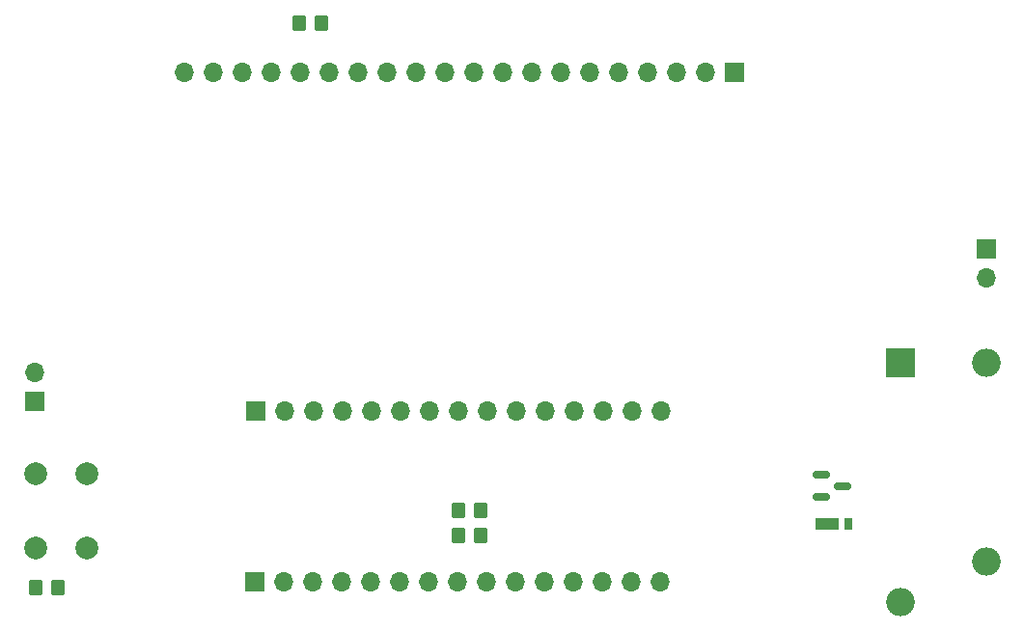
<source format=gbr>
%TF.GenerationSoftware,KiCad,Pcbnew,6.0.11+dfsg-1~bpo11+1*%
%TF.CreationDate,2023-11-07T00:47:46-03:00*%
%TF.ProjectId,controller,636f6e74-726f-46c6-9c65-722e6b696361,rev?*%
%TF.SameCoordinates,Original*%
%TF.FileFunction,Soldermask,Top*%
%TF.FilePolarity,Negative*%
%FSLAX46Y46*%
G04 Gerber Fmt 4.6, Leading zero omitted, Abs format (unit mm)*
G04 Created by KiCad (PCBNEW 6.0.11+dfsg-1~bpo11+1) date 2023-11-07 00:47:46*
%MOMM*%
%LPD*%
G01*
G04 APERTURE LIST*
G04 Aperture macros list*
%AMRoundRect*
0 Rectangle with rounded corners*
0 $1 Rounding radius*
0 $2 $3 $4 $5 $6 $7 $8 $9 X,Y pos of 4 corners*
0 Add a 4 corners polygon primitive as box body*
4,1,4,$2,$3,$4,$5,$6,$7,$8,$9,$2,$3,0*
0 Add four circle primitives for the rounded corners*
1,1,$1+$1,$2,$3*
1,1,$1+$1,$4,$5*
1,1,$1+$1,$6,$7*
1,1,$1+$1,$8,$9*
0 Add four rect primitives between the rounded corners*
20,1,$1+$1,$2,$3,$4,$5,0*
20,1,$1+$1,$4,$5,$6,$7,0*
20,1,$1+$1,$6,$7,$8,$9,0*
20,1,$1+$1,$8,$9,$2,$3,0*%
G04 Aperture macros list end*
%ADD10C,2.000000*%
%ADD11R,2.500000X2.500000*%
%ADD12O,2.500000X2.500000*%
%ADD13RoundRect,0.250000X-0.350000X-0.450000X0.350000X-0.450000X0.350000X0.450000X-0.350000X0.450000X0*%
%ADD14R,1.700000X1.700000*%
%ADD15O,1.700000X1.700000*%
%ADD16R,2.000000X1.100000*%
%ADD17R,0.800000X1.100000*%
%ADD18RoundRect,0.250000X0.350000X0.450000X-0.350000X0.450000X-0.350000X-0.450000X0.350000X-0.450000X0*%
%ADD19RoundRect,0.150000X-0.587500X-0.150000X0.587500X-0.150000X0.587500X0.150000X-0.587500X0.150000X0*%
G04 APERTURE END LIST*
D10*
%TO.C,SW1*%
X107652000Y-113753000D03*
X107652000Y-120253000D03*
X103152000Y-113753000D03*
X103152000Y-120253000D03*
%TD*%
D11*
%TO.C,K1*%
X179000000Y-104000000D03*
D12*
X179000000Y-125000000D03*
X186500000Y-121500000D03*
X186500000Y-104000000D03*
%TD*%
D13*
%TO.C,R2*%
X103132000Y-123734000D03*
X105132000Y-123734000D03*
%TD*%
D14*
%TO.C,J1*%
X164405000Y-78540000D03*
D15*
X161865000Y-78540000D03*
X159325000Y-78540000D03*
X156785000Y-78540000D03*
X154245000Y-78540000D03*
X151705000Y-78540000D03*
X149165000Y-78540000D03*
X146625000Y-78540000D03*
X144085000Y-78540000D03*
X141545000Y-78540000D03*
X139005000Y-78540000D03*
X136465000Y-78540000D03*
X133925000Y-78540000D03*
X131385000Y-78540000D03*
X128845000Y-78540000D03*
X126305000Y-78540000D03*
X123765000Y-78540000D03*
X121225000Y-78540000D03*
X118685000Y-78540000D03*
X116145000Y-78540000D03*
%TD*%
D16*
%TO.C,D2*%
X172570000Y-118146000D03*
D17*
X174470000Y-118146000D03*
%TD*%
D18*
%TO.C,R1*%
X128246000Y-74204000D03*
X126246000Y-74204000D03*
%TD*%
%TO.C,R4*%
X142216000Y-117003000D03*
X140216000Y-117003000D03*
%TD*%
%TO.C,R3*%
X142216000Y-119162000D03*
X140216000Y-119162000D03*
%TD*%
D14*
%TO.C,U1*%
X122360000Y-123226000D03*
D15*
X124900000Y-123226000D03*
X127440000Y-123226000D03*
X129980000Y-123226000D03*
X132520000Y-123226000D03*
X135060000Y-123226000D03*
X137600000Y-123226000D03*
X140140000Y-123226000D03*
X142680000Y-123226000D03*
X145220000Y-123226000D03*
X147760000Y-123226000D03*
X150300000Y-123226000D03*
X152840000Y-123226000D03*
X155380000Y-123226000D03*
X157920000Y-123226000D03*
D14*
X122420000Y-108240000D03*
D15*
X124960000Y-108240000D03*
X127500000Y-108240000D03*
X130040000Y-108240000D03*
X132580000Y-108240000D03*
X135120000Y-108240000D03*
X137660000Y-108240000D03*
X140200000Y-108240000D03*
X142740000Y-108240000D03*
X145280000Y-108240000D03*
X147820000Y-108240000D03*
X150360000Y-108240000D03*
X152900000Y-108240000D03*
X155440000Y-108240000D03*
X157980000Y-108240000D03*
%TD*%
D14*
%TO.C,J2*%
X103091000Y-107458000D03*
D15*
X103091000Y-104918000D03*
%TD*%
D14*
%TO.C,J3*%
X186555000Y-94016000D03*
D15*
X186555000Y-96556000D03*
%TD*%
D19*
%TO.C,Q1*%
X172028500Y-113894000D03*
X172028500Y-115794000D03*
X173903500Y-114844000D03*
%TD*%
M02*

</source>
